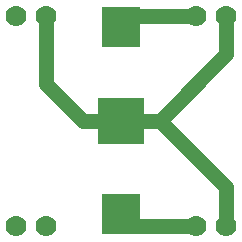
<source format=gtl>
G04 #@! TF.FileFunction,Copper,L1,Top,Signal*
%FSLAX46Y46*%
G04 Gerber Fmt 4.6, Leading zero omitted, Abs format (unit mm)*
G04 Created by KiCad (PCBNEW 4.0.7) date 09/26/17 00:03:47*
%MOMM*%
%LPD*%
G01*
G04 APERTURE LIST*
%ADD10C,0.100000*%
%ADD11R,3.300000X3.500000*%
%ADD12R,4.000000X4.000000*%
%ADD13C,1.778000*%
%ADD14C,1.270000*%
G04 APERTURE END LIST*
D10*
D11*
X135890000Y-82830000D03*
X135890000Y-67030000D03*
D12*
X135890000Y-74930000D03*
D13*
X127000000Y-66040000D03*
X129540000Y-66040000D03*
X142240000Y-66040000D03*
X144780000Y-66040000D03*
X127000000Y-83820000D03*
X129540000Y-83820000D03*
X142240000Y-83820000D03*
X144780000Y-83820000D03*
D14*
X142240000Y-66040000D02*
X136880000Y-66040000D01*
X136880000Y-66040000D02*
X135890000Y-67030000D01*
X142240000Y-83820000D02*
X136880000Y-83820000D01*
X136880000Y-83820000D02*
X135890000Y-82830000D01*
X144780000Y-83820000D02*
X144780000Y-80550000D01*
X144780000Y-80550000D02*
X139160000Y-74930000D01*
X139160000Y-74930000D02*
X135890000Y-74930000D01*
X144780000Y-66040000D02*
X144780000Y-69310000D01*
X144780000Y-69310000D02*
X139160000Y-74930000D01*
X129540000Y-66040000D02*
X129540000Y-71850000D01*
X129540000Y-71850000D02*
X132620000Y-74930000D01*
X132620000Y-74930000D02*
X135890000Y-74930000D01*
M02*

</source>
